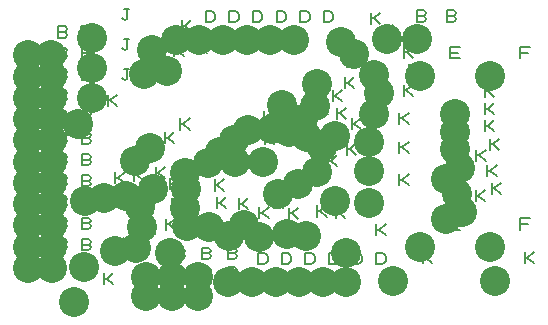
<source format=gbr>
%FSLAX23Y23*%
%MOMM*%
G04 EasyPC Gerber Version 16.0.6 Build 3249 *
%ADD10C,0.12700*%
%ADD82C,2.54000*%
X0Y0D02*
D02*
D10*
X5309Y17421D02*
X5468Y17342D01*
X5547Y17183*
X5468Y17024*
X5309Y16945*
X4754*
Y17897*
X5309*
X5468Y17818*
X5547Y17659*
X5468Y17501*
X5309Y17421*
X4754*
X5309Y19221D02*
X5468Y19142D01*
X5547Y18983*
X5468Y18824*
X5309Y18745*
X4754*
Y19697*
X5309*
X5468Y19618*
X5547Y19459*
X5468Y19301*
X5309Y19221*
X4754*
X5309Y21021D02*
X5468Y20942D01*
X5547Y20783*
X5468Y20624*
X5309Y20545*
X4754*
Y21497*
X5309*
X5468Y21418*
X5547Y21259*
X5468Y21101*
X5309Y21021*
X4754*
X5309Y22821D02*
X5468Y22742D01*
X5547Y22583*
X5468Y22424*
X5309Y22345*
X4754*
Y23297*
X5309*
X5468Y23218*
X5547Y23059*
X5468Y22901*
X5309Y22821*
X4754*
X5309Y24621D02*
X5468Y24542D01*
X5547Y24383*
X5468Y24224*
X5309Y24145*
X4754*
Y25097*
X5309*
X5468Y25018*
X5547Y24859*
X5468Y24701*
X5309Y24621*
X4754*
X5309Y26421D02*
X5468Y26342D01*
X5547Y26183*
X5468Y26024*
X5309Y25945*
X4754*
Y26897*
X5309*
X5468Y26818*
X5547Y26659*
X5468Y26501*
X5309Y26421*
X4754*
X5309Y28221D02*
X5468Y28142D01*
X5547Y27983*
X5468Y27824*
X5309Y27745*
X4754*
Y28697*
X5309*
X5468Y28618*
X5547Y28459*
X5468Y28301*
X5309Y28221*
X4754*
X5309Y30021D02*
X5468Y29942D01*
X5547Y29783*
X5468Y29624*
X5309Y29545*
X4754*
Y30497*
X5309*
X5468Y30418*
X5547Y30259*
X5468Y30101*
X5309Y30021*
X4754*
X5309Y31821D02*
X5468Y31742D01*
X5547Y31583*
X5468Y31424*
X5309Y31345*
X4754*
Y32297*
X5309*
X5468Y32218*
X5547Y32059*
X5468Y31901*
X5309Y31821*
X4754*
X5309Y33621D02*
X5468Y33542D01*
X5547Y33383*
X5468Y33224*
X5309Y33145*
X4754*
Y34097*
X5309*
X5468Y34018*
X5547Y33859*
X5468Y33701*
X5309Y33621*
X4754*
X5309Y35421D02*
X5468Y35342D01*
X5547Y35183*
X5468Y35024*
X5309Y34945*
X4754*
Y35897*
X5309*
X5468Y35818*
X5547Y35659*
X5468Y35501*
X5309Y35421*
X4754*
X7279Y35451D02*
X7438Y35372D01*
X7517Y35213*
X7438Y35054*
X7279Y34975*
X6724*
Y35927*
X7279*
X7438Y35848*
X7517Y35689*
X7438Y35531*
X7279Y35451*
X6724*
X7299Y33651D02*
X7458Y33572D01*
X7537Y33413*
X7458Y33254*
X7299Y33175*
X6744*
Y34127*
X7299*
X7458Y34048*
X7537Y33889*
X7458Y33731*
X7299Y33651*
X6744*
X7309Y17421D02*
X7468Y17342D01*
X7547Y17183*
X7468Y17024*
X7309Y16945*
X6753*
Y17897*
X7309*
X7468Y17818*
X7547Y17659*
X7468Y17501*
X7309Y17421*
X6753*
X7309Y19221D02*
X7468Y19142D01*
X7547Y18983*
X7468Y18824*
X7309Y18745*
X6753*
Y19697*
X7309*
X7468Y19618*
X7547Y19459*
X7468Y19301*
X7309Y19221*
X6753*
X7309Y21021D02*
X7468Y20942D01*
X7547Y20783*
X7468Y20624*
X7309Y20545*
X6753*
Y21497*
X7309*
X7468Y21418*
X7547Y21259*
X7468Y21101*
X7309Y21021*
X6753*
X7309Y22821D02*
X7468Y22742D01*
X7547Y22583*
X7468Y22424*
X7309Y22345*
X6753*
Y23297*
X7309*
X7468Y23218*
X7547Y23059*
X7468Y22901*
X7309Y22821*
X6753*
X7309Y24621D02*
X7468Y24542D01*
X7547Y24383*
X7468Y24224*
X7309Y24145*
X6753*
Y25097*
X7309*
X7468Y25018*
X7547Y24859*
X7468Y24701*
X7309Y24621*
X6753*
X7309Y26421D02*
X7468Y26342D01*
X7547Y26183*
X7468Y26024*
X7309Y25945*
X6753*
Y26897*
X7309*
X7468Y26818*
X7547Y26659*
X7468Y26501*
X7309Y26421*
X6753*
X7309Y28221D02*
X7468Y28142D01*
X7547Y27983*
X7468Y27824*
X7309Y27745*
X6753*
Y28697*
X7309*
X7468Y28618*
X7547Y28459*
X7468Y28301*
X7309Y28221*
X6753*
X7309Y30021D02*
X7468Y29942D01*
X7547Y29783*
X7468Y29624*
X7309Y29545*
X6753*
Y30497*
X7309*
X7468Y30418*
X7547Y30259*
X7468Y30101*
X7309Y30021*
X6753*
X7309Y31821D02*
X7468Y31742D01*
X7547Y31583*
X7468Y31424*
X7309Y31345*
X6753*
Y32297*
X7309*
X7468Y32218*
X7547Y32059*
X7468Y31901*
X7309Y31821*
X6753*
X8654Y14045D02*
Y14997D01*
Y14521D02*
X8892D01*
X9447Y14997*
X8892Y14521D02*
X9447Y14045D01*
X8954Y29145D02*
Y30097D01*
Y29621D02*
X9192D01*
X9747Y30097*
X9192Y29621D02*
X9747Y29145D01*
X9504Y16995D02*
Y17947D01*
Y17471D02*
X9742D01*
X10297Y17947*
X9742Y17471D02*
X10297Y16995D01*
X9604Y22595D02*
Y23547D01*
Y23071D02*
X9842D01*
X10397Y23547*
X9842Y23071D02*
X10397Y22595D01*
X10154Y31514D02*
X10233Y31434D01*
X10392Y31355*
X10550Y31434*
X10630Y31514*
Y32307*
X10789*
X10630D02*
X10312D01*
X10154Y34054D02*
X10233Y33974D01*
X10392Y33895*
X10550Y33974*
X10630Y34054*
Y34847*
X10789*
X10630D02*
X10312D01*
X10154Y36594D02*
X10233Y36514D01*
X10392Y36435*
X10550Y36514*
X10630Y36594*
Y37387*
X10789*
X10630D02*
X10312D01*
X11204Y22845D02*
Y23797D01*
Y23321D02*
X11442D01*
X11997Y23797*
X11442Y23321D02*
X11997Y22845D01*
X12154Y18345D02*
Y19297D01*
Y18821D02*
X12392D01*
X12947Y19297*
X12392Y18821D02*
X12947Y18345D01*
X13004Y23045D02*
Y23997D01*
Y23521D02*
X13242D01*
X13797Y23997*
X13242Y23521D02*
X13797Y23045D01*
X13804Y25995D02*
Y26947D01*
Y26471D02*
X14042D01*
X14597Y26947*
X14042Y26471D02*
X14597Y25995D01*
X13904Y18645D02*
Y19597D01*
Y19121D02*
X14142D01*
X14697Y19597*
X14142Y19121D02*
X14697Y18645D01*
X14204Y22095D02*
Y23047D01*
Y22571D02*
X14442D01*
X14997Y23047*
X14442Y22571D02*
X14997Y22095D01*
X14404Y20445D02*
Y21397D01*
Y20921D02*
X14642D01*
X15197Y21397*
X14642Y20921D02*
X15197Y20445D01*
X14604Y33345D02*
Y34297D01*
Y33821D02*
X14842D01*
X15397Y34297*
X14842Y33821D02*
X15397Y33345D01*
X14704Y14595D02*
Y15547D01*
X15180*
X15339Y15468*
X15418Y15389*
X15497Y15230*
Y14912*
X15418Y14754*
X15339Y14674*
X15180Y14595*
X14704*
X15259Y16671D02*
X15418Y16592D01*
X15497Y16433*
X15418Y16274*
X15259Y16195*
X14704*
Y17147*
X15259*
X15418Y17068*
X15497Y16909*
X15418Y16751*
X15259Y16671*
X14704*
X15104Y27145D02*
Y28097D01*
Y27621D02*
X15342D01*
X15897Y28097*
X15342Y27621D02*
X15897Y27145D01*
X15254Y35445D02*
Y36397D01*
Y35921D02*
X15492D01*
X16047Y36397*
X15492Y35921D02*
X16047Y35445D01*
X15304Y23645D02*
Y24597D01*
Y24121D02*
X15542D01*
X16097Y24597*
X15542Y24121D02*
X16097Y23645D01*
X16554Y33645D02*
Y34597D01*
Y34121D02*
X16792D01*
X17347Y34597*
X16792Y34121D02*
X17347Y33645D01*
X16754Y18245D02*
Y19197D01*
Y18721D02*
X16992D01*
X17547Y19197*
X16992Y18721D02*
X17547Y18245D01*
X17459Y15071D02*
X17618Y14992D01*
X17697Y14833*
X17618Y14674*
X17459Y14595*
X16904*
Y15547*
X17459*
X17618Y15468*
X17697Y15309*
X17618Y15151*
X17459Y15071*
X16904*
X17459Y16671D02*
X17618Y16592D01*
X17697Y16433*
X17618Y16274*
X17459Y16195*
X16904*
Y17147*
X17459*
X17618Y17068*
X17697Y16909*
X17618Y16751*
X17459Y16671*
X16904*
X17254Y36245D02*
Y37197D01*
X17730*
X17889Y37118*
X17968Y37039*
X18047Y36880*
Y36562*
X17968Y36404*
X17889Y36324*
X17730Y36245*
X17254*
X18004Y21995D02*
Y22947D01*
Y22471D02*
X18242D01*
X18797Y22947*
X18242Y22471D02*
X18797Y21995D01*
X18004Y24995D02*
Y25947D01*
Y25471D02*
X18242D01*
X18797Y25947*
X18242Y25471D02*
X18797Y24995D01*
X18154Y23595D02*
Y24547D01*
Y24071D02*
X18392D01*
X18947Y24547*
X18392Y24071D02*
X18947Y23595D01*
X18203Y20495D02*
Y21447D01*
Y20971D02*
X18442D01*
X18997Y21447*
X18442Y20971D02*
X18997Y20495D01*
X19659Y15071D02*
X19818Y14992D01*
X19897Y14833*
X19818Y14674*
X19659Y14595*
X19104*
Y15547*
X19659*
X19818Y15468*
X19897Y15309*
X19818Y15151*
X19659Y15071*
X19104*
X19659Y16671D02*
X19818Y16592D01*
X19897Y16433*
X19818Y16274*
X19659Y16195*
X19104*
Y17147*
X19659*
X19818Y17068*
X19897Y16909*
X19818Y16751*
X19659Y16671*
X19104*
X19254Y36245D02*
Y37197D01*
X19730*
X19889Y37118*
X19968Y37039*
X20047Y36880*
Y36562*
X19968Y36404*
X19889Y36324*
X19730Y36245*
X19254*
X19953Y25795D02*
Y26747D01*
Y26271D02*
X20192D01*
X20747Y26747*
X20192Y26271D02*
X20747Y25795D01*
X20054Y20395D02*
Y21347D01*
Y20871D02*
X20292D01*
X20847Y21347*
X20292Y20871D02*
X20847Y20395D01*
X21004Y26745D02*
Y27697D01*
Y27221D02*
X21242D01*
X21797Y27697*
X21242Y27221D02*
X21797Y26745D01*
X21254Y36245D02*
Y37197D01*
X21730*
X21889Y37118*
X21968Y37039*
X22047Y36880*
Y36562*
X21968Y36404*
X21889Y36324*
X21730Y36245*
X21254*
X21703Y15745D02*
Y16697D01*
X22180*
X22339Y16618*
X22418Y16539*
X22497Y16380*
Y16062*
X22418Y15904*
X22339Y15824*
X22180Y15745*
X21703*
X21804Y19645D02*
Y20597D01*
Y20121D02*
X22042D01*
X22597Y20597*
X22042Y20121D02*
X22597Y19645D01*
X22154Y27745D02*
Y28697D01*
Y28221D02*
X22392D01*
X22947Y28697*
X22392Y28221D02*
X22947Y27745D01*
X22254Y25895D02*
Y26847D01*
Y26371D02*
X22492D01*
X23047Y26847*
X22492Y26371D02*
X23047Y25895D01*
X23004Y20545D02*
Y21497D01*
Y21021D02*
X23242D01*
X23797Y21497*
X23242Y21021D02*
X23797Y20545D01*
X23254Y36245D02*
Y37197D01*
X23730*
X23889Y37118*
X23968Y37039*
X24047Y36880*
Y36562*
X23968Y36404*
X23889Y36324*
X23730Y36245*
X23254*
X23354Y28645D02*
Y29597D01*
Y29121D02*
X23592D01*
X24147Y29597*
X23592Y29121D02*
X24147Y28645D01*
X23703Y15745D02*
Y16697D01*
X24180*
X24339Y16618*
X24418Y16539*
X24497Y16380*
Y16062*
X24418Y15904*
X24339Y15824*
X24180Y15745*
X23703*
X24304Y19595D02*
Y20547D01*
Y20071D02*
X24542D01*
X25097Y20547*
X24542Y20071D02*
X25097Y19595D01*
X24604Y25895D02*
Y26847D01*
Y26371D02*
X24842D01*
X25397Y26847*
X24842Y26371D02*
X25397Y25895D01*
X25254Y36245D02*
Y37197D01*
X25730*
X25889Y37118*
X25968Y37039*
X26047Y36880*
Y36562*
X25968Y36404*
X25889Y36324*
X25730Y36245*
X25254*
X25404Y28745D02*
Y29697D01*
Y29221D02*
X25642D01*
X26197Y29697*
X25642Y29221D02*
X26197Y28745D01*
X25703Y15745D02*
Y16697D01*
X26180*
X26339Y16618*
X26418Y16539*
X26497Y16380*
Y16062*
X26418Y15904*
X26339Y15824*
X26180Y15745*
X25703*
X25953Y23195D02*
Y24147D01*
Y23671D02*
X26192D01*
X26747Y24147*
X26192Y23671D02*
X26747Y23195D01*
X26253Y30745D02*
Y31697D01*
Y31221D02*
X26492D01*
X27047Y31697*
X26492Y31221D02*
X27047Y30745D01*
X26703Y19795D02*
Y20747D01*
Y20271D02*
X26942D01*
X27497Y20747*
X26942Y20271D02*
X27497Y19795D01*
X26854Y28445D02*
Y29397D01*
Y28921D02*
X27092D01*
X27647Y29397*
X27092Y28921D02*
X27647Y28445D01*
X27253Y36245D02*
Y37197D01*
X27730*
X27889Y37118*
X27968Y37039*
X28047Y36880*
Y36562*
X27968Y36404*
X27889Y36324*
X27730Y36245*
X27253*
X27604Y24045D02*
Y24997D01*
Y24521D02*
X27842D01*
X28397Y24997*
X27842Y24521D02*
X28397Y24045D01*
X27703Y15745D02*
Y16697D01*
X28180*
X28339Y16618*
X28418Y16539*
X28497Y16380*
Y16062*
X28418Y15904*
X28339Y15824*
X28180Y15745*
X27703*
X28003Y29545D02*
Y30497D01*
Y30021D02*
X28242D01*
X28797Y30497*
X28242Y30021D02*
X28797Y29545D01*
X28253Y19695D02*
Y20647D01*
Y20171D02*
X28492D01*
X29047Y20647*
X28492Y20171D02*
X29047Y19695D01*
X28354Y28045D02*
Y28997D01*
Y28521D02*
X28592D01*
X29147Y28997*
X28592Y28521D02*
X29147Y28045D01*
X29053Y30645D02*
Y31597D01*
Y31121D02*
X29292D01*
X29847Y31597*
X29292Y31121D02*
X29847Y30645D01*
X29203Y25045D02*
Y25997D01*
Y25521D02*
X29442D01*
X29997Y25997*
X29442Y25521D02*
X29997Y25045D01*
X29253Y32495D02*
Y33447D01*
Y32971D02*
X29492D01*
X30047Y33447*
X29492Y32971D02*
X30047Y32495D01*
X29604Y27195D02*
Y28147D01*
Y27671D02*
X29842D01*
X30397Y28147*
X29842Y27671D02*
X30397Y27195D01*
X29703Y15745D02*
Y16697D01*
X30180*
X30339Y16618*
X30418Y16539*
X30497Y16380*
Y16062*
X30418Y15904*
X30339Y15824*
X30180Y15745*
X29703*
X30753Y22645D02*
Y23597D01*
Y23121D02*
X30992D01*
X31547Y23597*
X30992Y23121D02*
X31547Y22645D01*
X30753Y28145D02*
Y29097D01*
Y28621D02*
X30992D01*
X31547Y29097*
X30992Y28621D02*
X31547Y28145D01*
X31253Y36095D02*
Y37047D01*
Y36571D02*
X31492D01*
X32047Y37047*
X31492Y36571D02*
X32047Y36095D01*
X31703Y15745D02*
Y16697D01*
X32180*
X32339Y16618*
X32418Y16539*
X32497Y16380*
Y16062*
X32418Y15904*
X32339Y15824*
X32180Y15745*
X31703*
Y18195D02*
Y19147D01*
Y18671D02*
X31942D01*
X32497Y19147*
X31942Y18671D02*
X32497Y18195D01*
X32353Y35095D02*
Y36047D01*
Y35571D02*
X32592D01*
X33147Y36047*
X32592Y35571D02*
X33147Y35095D01*
X33654Y22445D02*
Y23397D01*
Y22921D02*
X33892D01*
X34447Y23397*
X33892Y22921D02*
X34447Y22445D01*
X33654Y25195D02*
Y26147D01*
Y25671D02*
X33892D01*
X34447Y26147*
X33892Y25671D02*
X34447Y25195D01*
X33654Y27645D02*
Y28597D01*
Y28121D02*
X33892D01*
X34447Y28597*
X33892Y28121D02*
X34447Y27645D01*
X34004Y29995D02*
Y30947D01*
Y30471D02*
X34242D01*
X34797Y30947*
X34242Y30471D02*
X34797Y29995D01*
X34053Y33245D02*
Y34197D01*
Y33721D02*
X34292D01*
X34847Y34197*
X34292Y33721D02*
X34847Y33245D01*
X34504Y31795D02*
Y32747D01*
Y32271D02*
X34742D01*
X35297Y32747*
X34742Y32271D02*
X35297Y31795D01*
X35669Y36771D02*
X35828Y36692D01*
X35907Y36533*
X35828Y36374*
X35669Y36295*
X35114*
Y37247*
X35669*
X35828Y37168*
X35907Y37009*
X35828Y36851*
X35669Y36771*
X35114*
X35654Y15845D02*
Y16797D01*
Y16321D02*
X35892D01*
X36447Y16797*
X35892Y16321D02*
X36447Y15845D01*
X38209Y36771D02*
X38368Y36692D01*
X38447Y36533*
X38368Y36374*
X38209Y36295*
X37654*
Y37247*
X38209*
X38368Y37168*
X38447Y37009*
X38368Y36851*
X38209Y36771*
X37654*
X37953Y18695D02*
Y19647D01*
X38747*
X38589Y19171D02*
X37953D01*
Y18695D02*
X38747D01*
X37953Y33195D02*
Y34147D01*
X38747*
X38589Y33671D02*
X37953D01*
Y33195D02*
X38747D01*
X40103Y21095D02*
Y22047D01*
Y21571D02*
X40342D01*
X40897Y22047*
X40342Y21571D02*
X40897Y21095D01*
X40154Y24495D02*
Y25447D01*
Y24971D02*
X40392D01*
X40947Y25447*
X40392Y24971D02*
X40947Y24495D01*
X40904Y26995D02*
Y27947D01*
Y27471D02*
X41142D01*
X41697Y27947*
X41142Y27471D02*
X41697Y26995D01*
X40904Y28445D02*
Y29397D01*
Y28921D02*
X41142D01*
X41697Y29397*
X41142Y28921D02*
X41697Y28445D01*
X40904Y29945D02*
Y30897D01*
Y30421D02*
X41142D01*
X41697Y30897*
X41142Y30421D02*
X41697Y29945D01*
X41103Y23195D02*
Y24147D01*
Y23671D02*
X41342D01*
X41897Y24147*
X41342Y23671D02*
X41897Y23195D01*
X41303Y25445D02*
Y26397D01*
Y25921D02*
X41542D01*
X42097Y26397*
X41542Y25921D02*
X42097Y25445D01*
X41453Y21695D02*
Y22647D01*
Y22171D02*
X41692D01*
X42247Y22647*
X41692Y22171D02*
X42247Y21695D01*
X43879Y18695D02*
Y19647D01*
X44672*
X44514Y19171D02*
X43879D01*
Y33195D02*
Y34147D01*
X44672*
X44514Y33671D02*
X43879D01*
X44254Y15845D02*
Y16797D01*
Y16321D02*
X44492D01*
X45047Y16797*
X44492Y16321D02*
X45047Y15845D01*
D02*
D82*
X2213Y15437D03*
Y17237D03*
Y19037D03*
Y20837D03*
Y22637D03*
Y24437D03*
Y26237D03*
Y28037D03*
Y29837D03*
Y31637D03*
Y33437D03*
X4184Y33467D03*
X4204Y31667D03*
X4214Y15437D03*
Y17237D03*
Y19037D03*
Y20837D03*
Y22637D03*
Y24437D03*
Y26237D03*
Y28037D03*
Y29837D03*
X6114Y12537D03*
X6414Y27637D03*
X6963Y15487D03*
X7064Y21087D03*
X7614Y29847D03*
Y32387D03*
Y34927D03*
X8664Y21337D03*
X9614Y16837D03*
X10464Y21537D03*
X11264Y24487D03*
X11364Y17137D03*
X11664Y20587D03*
X11864Y18937D03*
X12064Y31837D03*
X12164Y13087D03*
Y14687D03*
X12564Y25637D03*
X12714Y33937D03*
X12764Y22137D03*
X14014Y32137D03*
X14214Y16737D03*
X14364Y13087D03*
Y14687D03*
X14714Y34737D03*
X15464Y20487D03*
Y23487D03*
X15614Y22087D03*
X15664Y18987D03*
X16564Y13087D03*
Y14687D03*
X16714Y34737D03*
X17414Y24287D03*
X17514Y18887D03*
X18464Y25237D03*
X18714Y34737D03*
X19164Y14237D03*
X19264Y18137D03*
X19614Y26237D03*
X19714Y24387D03*
X20464Y19037D03*
X20714Y34737D03*
X20814Y27137D03*
X21164Y14237D03*
X21764Y18087D03*
X22064Y24387D03*
X22714Y34737D03*
X22864Y27237D03*
X23164Y14237D03*
X23414Y21687D03*
X23714Y29237D03*
X24164Y18287D03*
X24314Y26937D03*
X24714Y34737D03*
X25064Y22537D03*
X25164Y14237D03*
X25464Y28037D03*
X25714Y18187D03*
X25814Y26537D03*
X26514Y29137D03*
X26664Y23537D03*
X26714Y30987D03*
X27064Y25687D03*
X27164Y14237D03*
X28214Y21137D03*
Y26637D03*
X28714Y34587D03*
X29164Y14237D03*
Y16687D03*
X29814Y33587D03*
X31114Y20937D03*
Y23687D03*
Y26137D03*
X31464Y28487D03*
X31514Y31737D03*
X31964Y30287D03*
X32574Y34787D03*
X33114Y14337D03*
X35114Y34787D03*
X35414Y17187D03*
Y31687D03*
X37564Y19587D03*
X37614Y22987D03*
X38364Y25487D03*
Y26937D03*
Y28437D03*
X38564Y21687D03*
X38764Y23937D03*
X38914Y20187D03*
X41339Y17187D03*
Y31687D03*
X41714Y14337D03*
X0Y0D02*
M02*

</source>
